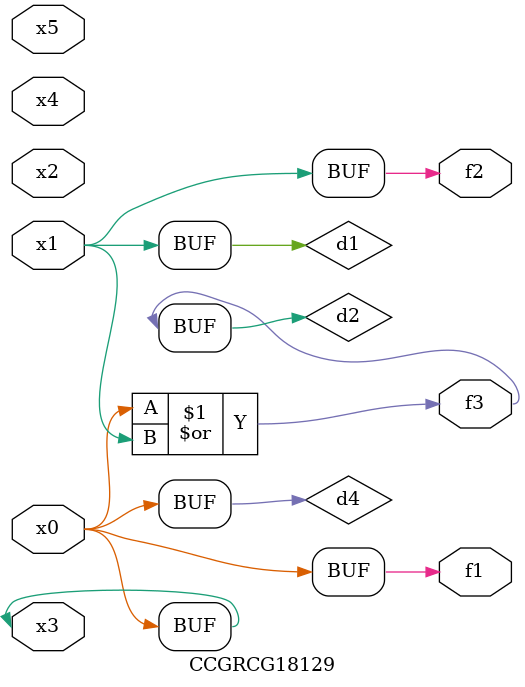
<source format=v>
module CCGRCG18129(
	input x0, x1, x2, x3, x4, x5,
	output f1, f2, f3
);

	wire d1, d2, d3, d4;

	and (d1, x1);
	or (d2, x0, x1);
	nand (d3, x0, x5);
	buf (d4, x0, x3);
	assign f1 = d4;
	assign f2 = d1;
	assign f3 = d2;
endmodule

</source>
